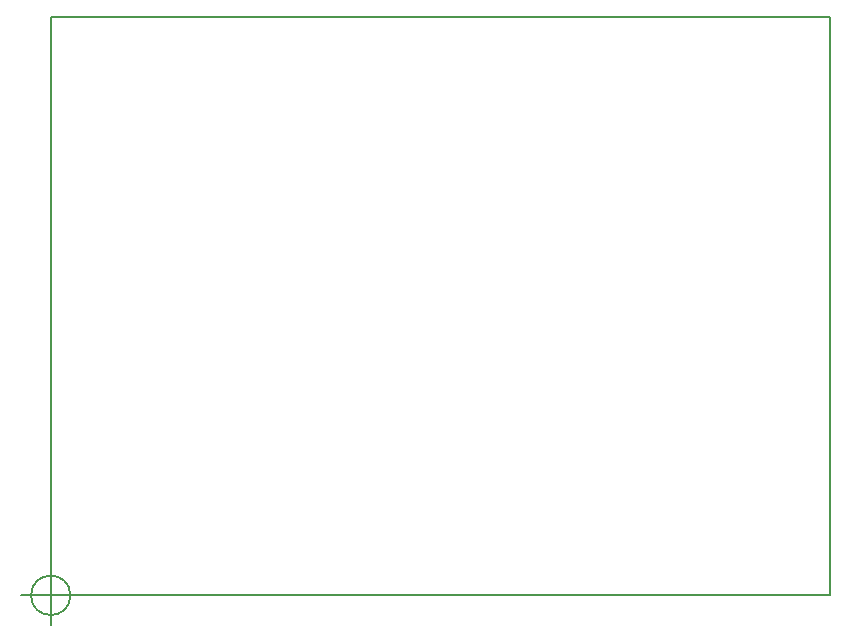
<source format=gbr>
G04 #@! TF.GenerationSoftware,KiCad,Pcbnew,(5.0.0)*
G04 #@! TF.CreationDate,2018-08-07T13:03:26+01:00*
G04 #@! TF.ProjectId,OpenSpritzer,4F70656E53707269747A65722E6B6963,rev?*
G04 #@! TF.SameCoordinates,Original*
G04 #@! TF.FileFunction,Profile,NP*
%FSLAX46Y46*%
G04 Gerber Fmt 4.6, Leading zero omitted, Abs format (unit mm)*
G04 Created by KiCad (PCBNEW (5.0.0)) date 08/07/18 13:03:26*
%MOMM*%
%LPD*%
G01*
G04 APERTURE LIST*
%ADD10C,0.200000*%
%ADD11C,0.150000*%
G04 APERTURE END LIST*
D10*
X83000000Y-130000000D02*
X83500000Y-130000000D01*
X83000000Y-81000000D02*
X83000000Y-130000000D01*
X149000000Y-81000000D02*
X83000000Y-81000000D01*
X149000000Y-130000000D02*
X149000000Y-81000000D01*
X83500000Y-130000000D02*
X149000000Y-130000000D01*
D11*
X84666666Y-130000000D02*
G75*
G03X84666666Y-130000000I-1666666J0D01*
G01*
X80500000Y-130000000D02*
X85500000Y-130000000D01*
X83000000Y-127500000D02*
X83000000Y-132500000D01*
M02*

</source>
